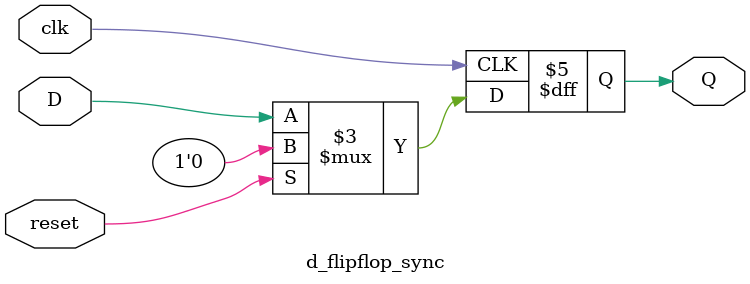
<source format=v>
`timescale 1ns / 1ps

module d_flipflop_sync (input clk, D, reset, output reg Q);

	always @ ( posedge clk) begin
        if (reset) begin
	       Q <= 1'b0;
        end else begin
            Q <= D; 
        end
    end
    
endmodule
</source>
